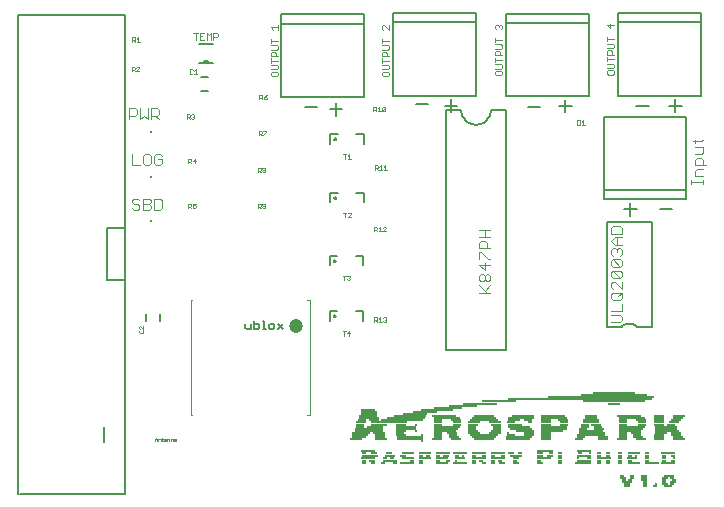
<source format=gto>
G75*
%MOIN*%
%OFA0B0*%
%FSLAX24Y24*%
%IPPOS*%
%LPD*%
%AMOC8*
5,1,8,0,0,1.08239X$1,22.5*
%
%ADD10R,0.0160X0.0080*%
%ADD11R,0.0480X0.0080*%
%ADD12R,0.0400X0.0080*%
%ADD13R,0.0240X0.0080*%
%ADD14R,0.0560X0.0080*%
%ADD15R,0.0080X0.0080*%
%ADD16R,0.0320X0.0080*%
%ADD17R,0.0210X0.0070*%
%ADD18R,0.0140X0.0070*%
%ADD19R,0.0280X0.0070*%
%ADD20R,0.0070X0.0070*%
%ADD21R,0.0350X0.0070*%
%ADD22R,0.0420X0.0070*%
%ADD23R,0.0910X0.0070*%
%ADD24R,0.0700X0.0070*%
%ADD25R,0.0840X0.0070*%
%ADD26R,0.0490X0.0070*%
%ADD27R,0.0560X0.0070*%
%ADD28R,0.0980X0.0070*%
%ADD29R,0.0630X0.0070*%
%ADD30R,0.0770X0.0070*%
%ADD31R,0.1190X0.0070*%
%ADD32R,0.1400X0.0070*%
%ADD33R,0.1260X0.0070*%
%ADD34R,0.1050X0.0070*%
%ADD35R,0.1120X0.0070*%
%ADD36R,0.2100X0.0070*%
%ADD37R,0.4830X0.0070*%
%ADD38R,0.3570X0.0070*%
%ADD39R,0.2240X0.0070*%
%ADD40C,0.0060*%
%ADD41C,0.0030*%
%ADD42C,0.0010*%
%ADD43C,0.0020*%
%ADD44C,0.0080*%
%ADD45C,0.0039*%
%ADD46C,0.0050*%
%ADD47C,0.0472*%
%ADD48R,0.0079X0.0079*%
D10*
X012280Y001815D03*
X012280Y001895D03*
X012600Y001815D03*
X012920Y001815D03*
X013000Y001975D03*
X013240Y001975D03*
X013320Y001815D03*
X013880Y001895D03*
X014200Y001895D03*
X014200Y001815D03*
X014200Y002055D03*
X014440Y002055D03*
X014760Y002055D03*
X014760Y001895D03*
X015080Y001895D03*
X015400Y002055D03*
X015960Y002055D03*
X015960Y001895D03*
X015960Y001815D03*
X016200Y001895D03*
X016280Y001815D03*
X016280Y002055D03*
X016600Y002055D03*
X016600Y001895D03*
X016600Y001815D03*
X016840Y001895D03*
X016920Y002055D03*
X017320Y001895D03*
X017480Y002135D03*
X018120Y001895D03*
X018520Y002135D03*
X018840Y002135D03*
X018840Y002055D03*
X018840Y001975D03*
X018840Y001895D03*
X018840Y001815D03*
X019480Y002135D03*
X019800Y001975D03*
X020120Y001895D03*
X020120Y001815D03*
X020120Y002055D03*
X020120Y002135D03*
X020440Y002135D03*
X020440Y002055D03*
X020440Y001895D03*
X020440Y001815D03*
X020840Y001815D03*
X020840Y001895D03*
X020840Y001975D03*
X020840Y002055D03*
X020840Y002135D03*
X021160Y002055D03*
X021160Y001895D03*
X021720Y001895D03*
X021720Y001975D03*
X021720Y002055D03*
X021720Y002135D03*
X022280Y002055D03*
X022280Y001975D03*
X022280Y001895D03*
X022600Y001895D03*
X022600Y002055D03*
X012280Y002135D03*
D11*
X012440Y002215D03*
X012440Y001975D03*
X013160Y001895D03*
X013720Y001815D03*
X014920Y002135D03*
X015480Y002135D03*
X015480Y001815D03*
X016120Y001975D03*
X016120Y002135D03*
X016760Y002135D03*
X016760Y001975D03*
X018280Y001975D03*
X019640Y001895D03*
X019640Y002055D03*
X019640Y002215D03*
X020280Y001975D03*
X021880Y001815D03*
X022440Y001815D03*
X022440Y002135D03*
D12*
X021280Y002135D03*
X021280Y001815D03*
X017360Y002055D03*
X014880Y001975D03*
X014880Y001815D03*
X014320Y001975D03*
X014320Y002135D03*
X013760Y002135D03*
X013760Y001975D03*
D13*
X013600Y002055D03*
X013120Y002135D03*
X012640Y002135D03*
X012560Y001895D03*
X015040Y002055D03*
X016880Y001815D03*
X017200Y002135D03*
X017360Y001975D03*
X017360Y001815D03*
X018160Y001815D03*
X018160Y002055D03*
X018160Y002135D03*
X018480Y002055D03*
D14*
X018320Y002215D03*
X019600Y001815D03*
X012480Y002055D03*
D15*
X015360Y001895D03*
X015600Y002055D03*
X019440Y001975D03*
X019840Y002135D03*
X021360Y002055D03*
X022640Y001975D03*
D16*
X021240Y001975D03*
X015480Y001975D03*
X013160Y002055D03*
D17*
X020921Y001316D03*
X021061Y001106D03*
X021061Y001036D03*
X021621Y001246D03*
X021621Y001316D03*
X021621Y001386D03*
X022321Y001316D03*
X022321Y001106D03*
X022601Y001176D03*
D18*
X022566Y001106D03*
X022636Y001246D03*
X022566Y001316D03*
X022286Y001246D03*
X022286Y001176D03*
X022006Y001036D03*
X021656Y001036D03*
X021656Y001106D03*
X021656Y001176D03*
X021236Y001316D03*
X021236Y001386D03*
X021166Y001246D03*
X020956Y001246D03*
X020886Y001386D03*
X017840Y003170D03*
D19*
X017770Y003240D03*
X017210Y003170D03*
X016720Y003030D03*
X016720Y002960D03*
X017210Y002750D03*
X015880Y002960D03*
X015880Y003030D03*
X015390Y003100D03*
X015390Y003170D03*
X015250Y002750D03*
X014760Y002750D03*
X014760Y002680D03*
X014760Y002820D03*
X014760Y003100D03*
X014760Y003170D03*
X014760Y003240D03*
X013500Y002820D03*
X012240Y003240D03*
X012170Y003100D03*
X012170Y003030D03*
X018960Y003100D03*
X018960Y003170D03*
X019590Y002960D03*
X019660Y003030D03*
X019660Y003100D03*
X020080Y003030D03*
X019520Y002680D03*
X019450Y002610D03*
X020920Y002680D03*
X020920Y002750D03*
X020920Y002820D03*
X020920Y003100D03*
X020920Y003170D03*
X020920Y003240D03*
X021550Y003170D03*
X021550Y003100D03*
X021410Y002750D03*
X022530Y003100D03*
X022426Y001036D03*
D20*
X022041Y001106D03*
X017105Y002820D03*
X014235Y002750D03*
X014235Y002540D03*
X014025Y002890D03*
X014025Y003100D03*
D21*
X013535Y003100D03*
X013535Y002890D03*
X013535Y002750D03*
X012835Y002750D03*
X012835Y002680D03*
X012625Y003240D03*
X012205Y003170D03*
X014725Y002610D03*
X015215Y002820D03*
X015285Y002680D03*
X015355Y002610D03*
X015915Y002890D03*
X015915Y003100D03*
X015355Y003240D03*
X016685Y003100D03*
X016685Y002890D03*
X017805Y002820D03*
X017805Y002750D03*
X018365Y002750D03*
X018365Y002680D03*
X018365Y002610D03*
X018365Y002820D03*
X018365Y003100D03*
X018365Y003170D03*
X018365Y003240D03*
X018925Y003240D03*
X020045Y003100D03*
X020115Y002960D03*
X020255Y002680D03*
X020255Y002610D03*
X020885Y002610D03*
X021375Y002820D03*
X021445Y002680D03*
X021515Y002610D03*
X022145Y002610D03*
X022145Y002680D03*
X022145Y002750D03*
X022145Y003100D03*
X022145Y003170D03*
X022145Y003240D03*
X022145Y003310D03*
X022145Y003380D03*
X022635Y003170D03*
X022705Y003240D03*
X022775Y003310D03*
X022705Y002820D03*
X022705Y002750D03*
X022775Y002680D03*
X021515Y003240D03*
X022461Y001386D03*
X021061Y001176D03*
D22*
X022810Y002610D03*
X022180Y002820D03*
X022810Y003380D03*
X020640Y003800D03*
X019870Y003380D03*
X019870Y003310D03*
X017280Y003240D03*
X016650Y003170D03*
X016650Y002820D03*
X015950Y002820D03*
X015950Y003170D03*
X012870Y002610D03*
X012800Y002820D03*
X012030Y002610D03*
D23*
X013815Y002610D03*
X013815Y002680D03*
X015075Y003030D03*
X015075Y003310D03*
X017525Y003310D03*
X017455Y002680D03*
X018645Y002960D03*
X018645Y003030D03*
X018645Y003310D03*
X019905Y002820D03*
X021235Y003030D03*
X021235Y003310D03*
D24*
X016300Y003380D03*
X016300Y002610D03*
X013710Y002960D03*
X013710Y003030D03*
X012450Y003310D03*
D25*
X013990Y003450D03*
X014340Y003520D03*
X014970Y003380D03*
X015040Y002960D03*
X016300Y002680D03*
X016300Y003310D03*
X017420Y002610D03*
X018610Y003380D03*
X019870Y002890D03*
X021130Y003380D03*
X021200Y002960D03*
X022390Y002890D03*
D26*
X017315Y003100D03*
X012415Y003590D03*
X012135Y002680D03*
D27*
X012170Y002750D03*
X012660Y003030D03*
X012800Y003100D03*
X012450Y003450D03*
X012450Y003520D03*
X019870Y003240D03*
X019870Y003170D03*
D28*
X019870Y002750D03*
X016300Y002750D03*
X016300Y003240D03*
X015600Y003730D03*
X015110Y003660D03*
X012450Y002960D03*
X012450Y002890D03*
D29*
X012205Y002820D03*
X012415Y003380D03*
X017665Y002890D03*
D30*
X017525Y002960D03*
X017455Y003030D03*
X017595Y003380D03*
X018575Y002890D03*
X021165Y002890D03*
X022355Y002960D03*
X022355Y003030D03*
X015005Y002890D03*
D31*
X013115Y003170D03*
D32*
X013570Y003240D03*
X020640Y004150D03*
D33*
X013710Y003310D03*
D34*
X013815Y003380D03*
X014725Y003590D03*
D35*
X016160Y003800D03*
X016790Y003870D03*
D36*
X020640Y003870D03*
D37*
X019485Y003940D03*
D38*
X020185Y004010D03*
D39*
X020640Y004080D03*
D40*
X021168Y010057D02*
X021168Y010484D01*
X021381Y010270D02*
X020954Y010270D01*
X022148Y010294D02*
X022575Y010294D01*
X022672Y013521D02*
X022672Y013948D01*
X022885Y013734D02*
X022458Y013734D01*
X021795Y013733D02*
X021368Y013733D01*
X019217Y013715D02*
X018790Y013715D01*
X019004Y013502D02*
X019004Y013929D01*
X018174Y013701D02*
X017747Y013701D01*
X015413Y013726D02*
X014986Y013726D01*
X015200Y013513D02*
X015200Y013940D01*
X014441Y013770D02*
X014014Y013770D01*
X011575Y013611D02*
X011148Y013611D01*
X011362Y013398D02*
X011362Y013825D01*
X010741Y013673D02*
X010314Y013673D01*
X007098Y014219D02*
X006862Y014219D01*
X006862Y014691D02*
X007098Y014691D01*
X005490Y006791D02*
X005490Y006555D01*
X005018Y006555D02*
X005018Y006791D01*
D41*
X005119Y010264D02*
X004934Y010264D01*
X004934Y010634D01*
X005119Y010634D01*
X005181Y010573D01*
X005181Y010511D01*
X005119Y010449D01*
X004934Y010449D01*
X004813Y010387D02*
X004813Y010326D01*
X004751Y010264D01*
X004628Y010264D01*
X004566Y010326D01*
X004628Y010449D02*
X004751Y010449D01*
X004813Y010387D01*
X004813Y010573D02*
X004751Y010634D01*
X004628Y010634D01*
X004566Y010573D01*
X004566Y010511D01*
X004628Y010449D01*
X005119Y010449D02*
X005181Y010387D01*
X005181Y010326D01*
X005119Y010264D01*
X005303Y010264D02*
X005488Y010264D01*
X005550Y010326D01*
X005550Y010573D01*
X005488Y010634D01*
X005303Y010634D01*
X005303Y010264D01*
X005370Y011751D02*
X005309Y011813D01*
X005309Y012060D01*
X005370Y012121D01*
X005494Y012121D01*
X005556Y012060D01*
X005556Y011936D02*
X005432Y011936D01*
X005556Y011936D02*
X005556Y011813D01*
X005494Y011751D01*
X005370Y011751D01*
X005187Y011813D02*
X005187Y012060D01*
X005125Y012121D01*
X005002Y012121D01*
X004940Y012060D01*
X004940Y011813D01*
X005002Y011751D01*
X005125Y011751D01*
X005187Y011813D01*
X004819Y011751D02*
X004572Y011751D01*
X004572Y012121D01*
X004467Y013269D02*
X004467Y013639D01*
X004652Y013639D01*
X004714Y013578D01*
X004714Y013454D01*
X004652Y013392D01*
X004467Y013392D01*
X004835Y013269D02*
X004959Y013392D01*
X005082Y013269D01*
X005082Y013639D01*
X005204Y013639D02*
X005389Y013639D01*
X005451Y013578D01*
X005451Y013454D01*
X005389Y013392D01*
X005204Y013392D01*
X005204Y013269D02*
X005204Y013639D01*
X005327Y013392D02*
X005451Y013269D01*
X004835Y013269D02*
X004835Y013639D01*
X016138Y009588D02*
X016508Y009588D01*
X016323Y009588D02*
X016323Y009342D01*
X016323Y009220D02*
X016199Y009220D01*
X016138Y009158D01*
X016138Y008973D01*
X016508Y008973D01*
X016385Y008973D02*
X016385Y009158D01*
X016323Y009220D01*
X016508Y009342D02*
X016138Y009342D01*
X016138Y008852D02*
X016199Y008852D01*
X016446Y008605D01*
X016508Y008605D01*
X016508Y008422D02*
X016138Y008422D01*
X016323Y008237D01*
X016323Y008484D01*
X016138Y008605D02*
X016138Y008852D01*
X016199Y008115D02*
X016261Y008115D01*
X016323Y008053D01*
X016323Y007930D01*
X016261Y007868D01*
X016199Y007868D01*
X016138Y007930D01*
X016138Y008053D01*
X016199Y008115D01*
X016323Y008053D02*
X016385Y008115D01*
X016446Y008115D01*
X016508Y008053D01*
X016508Y007930D01*
X016446Y007868D01*
X016385Y007868D01*
X016323Y007930D01*
X016508Y007747D02*
X016323Y007562D01*
X016385Y007500D02*
X016138Y007747D01*
X016138Y007500D02*
X016508Y007500D01*
X020532Y007436D02*
X020532Y007313D01*
X020594Y007251D01*
X020841Y007251D01*
X020902Y007313D01*
X020902Y007436D01*
X020841Y007498D01*
X020594Y007498D01*
X020532Y007436D01*
X020594Y007619D02*
X020532Y007681D01*
X020532Y007804D01*
X020594Y007866D01*
X020656Y007866D01*
X020902Y007619D01*
X020902Y007866D01*
X020841Y007988D02*
X020594Y007988D01*
X020532Y008049D01*
X020532Y008173D01*
X020594Y008234D01*
X020841Y007988D01*
X020902Y008049D01*
X020902Y008173D01*
X020841Y008234D01*
X020594Y008234D01*
X020594Y008356D02*
X020532Y008418D01*
X020532Y008541D01*
X020594Y008603D01*
X020841Y008356D01*
X020902Y008418D01*
X020902Y008541D01*
X020841Y008603D01*
X020594Y008603D01*
X020594Y008724D02*
X020532Y008786D01*
X020532Y008909D01*
X020594Y008971D01*
X020656Y008971D01*
X020717Y008909D01*
X020779Y008971D01*
X020841Y008971D01*
X020902Y008909D01*
X020902Y008786D01*
X020841Y008724D01*
X020717Y008848D02*
X020717Y008909D01*
X020717Y009093D02*
X020717Y009339D01*
X020656Y009339D02*
X020902Y009339D01*
X020902Y009461D02*
X020532Y009461D01*
X020532Y009646D01*
X020594Y009708D01*
X020841Y009708D01*
X020902Y009646D01*
X020902Y009461D01*
X020656Y009339D02*
X020532Y009216D01*
X020656Y009093D01*
X020902Y009093D01*
X020841Y008356D02*
X020594Y008356D01*
X020902Y007498D02*
X020779Y007374D01*
X020902Y007130D02*
X020902Y006883D01*
X020532Y006883D01*
X020532Y006761D02*
X020841Y006761D01*
X020902Y006699D01*
X020902Y006576D01*
X020841Y006514D01*
X020532Y006514D01*
X023210Y011123D02*
X023210Y011246D01*
X023210Y011185D02*
X023580Y011185D01*
X023580Y011246D02*
X023580Y011123D01*
X023580Y011369D02*
X023333Y011369D01*
X023333Y011554D01*
X023395Y011615D01*
X023580Y011615D01*
X023580Y011737D02*
X023580Y011922D01*
X023518Y011984D01*
X023395Y011984D01*
X023333Y011922D01*
X023333Y011737D01*
X023703Y011737D01*
X023518Y012105D02*
X023333Y012105D01*
X023518Y012105D02*
X023580Y012167D01*
X023580Y012352D01*
X023333Y012352D01*
X023333Y012473D02*
X023333Y012597D01*
X023271Y012535D02*
X023518Y012535D01*
X023580Y012597D01*
D42*
X019657Y013085D02*
X019557Y013085D01*
X019607Y013085D02*
X019607Y013235D01*
X019557Y013185D01*
X019510Y013210D02*
X019485Y013235D01*
X019410Y013235D01*
X019410Y013085D01*
X019485Y013085D01*
X019510Y013110D01*
X019510Y013210D01*
X013005Y013560D02*
X012980Y013535D01*
X012930Y013535D01*
X012905Y013560D01*
X013005Y013660D01*
X013005Y013560D01*
X013005Y013660D02*
X012980Y013685D01*
X012930Y013685D01*
X012905Y013660D01*
X012905Y013560D01*
X012857Y013535D02*
X012757Y013535D01*
X012710Y013535D02*
X012660Y013585D01*
X012685Y013585D02*
X012610Y013585D01*
X012610Y013535D02*
X012610Y013685D01*
X012685Y013685D01*
X012710Y013660D01*
X012710Y013610D01*
X012685Y013585D01*
X012757Y013635D02*
X012807Y013685D01*
X012807Y013535D01*
X011807Y012110D02*
X011807Y011960D01*
X011757Y011960D02*
X011857Y011960D01*
X011757Y012060D02*
X011807Y012110D01*
X011710Y012110D02*
X011610Y012110D01*
X011660Y012110D02*
X011660Y011960D01*
X012660Y011735D02*
X012660Y011585D01*
X012660Y011635D02*
X012735Y011635D01*
X012760Y011660D01*
X012760Y011710D01*
X012735Y011735D01*
X012660Y011735D01*
X012710Y011635D02*
X012760Y011585D01*
X012807Y011585D02*
X012907Y011585D01*
X012955Y011585D02*
X013055Y011585D01*
X013005Y011585D02*
X013005Y011735D01*
X012955Y011685D01*
X012857Y011735D02*
X012857Y011585D01*
X012807Y011685D02*
X012857Y011735D01*
X011832Y010160D02*
X011782Y010160D01*
X011757Y010135D01*
X011710Y010160D02*
X011610Y010160D01*
X011660Y010160D02*
X011660Y010010D01*
X011757Y010010D02*
X011857Y010110D01*
X011857Y010135D01*
X011832Y010160D01*
X011857Y010010D02*
X011757Y010010D01*
X012635Y009685D02*
X012635Y009535D01*
X012635Y009585D02*
X012710Y009585D01*
X012735Y009610D01*
X012735Y009660D01*
X012710Y009685D01*
X012635Y009685D01*
X012685Y009585D02*
X012735Y009535D01*
X012782Y009535D02*
X012882Y009535D01*
X012930Y009535D02*
X013030Y009635D01*
X013030Y009660D01*
X013005Y009685D01*
X012955Y009685D01*
X012930Y009660D01*
X012832Y009685D02*
X012832Y009535D01*
X012930Y009535D02*
X013030Y009535D01*
X012832Y009685D02*
X012782Y009635D01*
X011807Y008060D02*
X011832Y008035D01*
X011832Y008010D01*
X011807Y007985D01*
X011832Y007960D01*
X011832Y007935D01*
X011807Y007910D01*
X011757Y007910D01*
X011732Y007935D01*
X011782Y007985D02*
X011807Y007985D01*
X011807Y008060D02*
X011757Y008060D01*
X011732Y008035D01*
X011685Y008060D02*
X011585Y008060D01*
X011635Y008060D02*
X011635Y007910D01*
X012645Y006675D02*
X012720Y006675D01*
X012745Y006650D01*
X012745Y006600D01*
X012720Y006575D01*
X012645Y006575D01*
X012645Y006525D02*
X012645Y006675D01*
X012695Y006575D02*
X012745Y006525D01*
X012792Y006525D02*
X012892Y006525D01*
X012842Y006525D02*
X012842Y006675D01*
X012792Y006625D01*
X012940Y006650D02*
X012965Y006675D01*
X013015Y006675D01*
X013040Y006650D01*
X013040Y006625D01*
X013015Y006600D01*
X013040Y006575D01*
X013040Y006550D01*
X013015Y006525D01*
X012965Y006525D01*
X012940Y006550D01*
X012990Y006600D02*
X013015Y006600D01*
X011807Y006210D02*
X011807Y006060D01*
X011832Y006135D02*
X011732Y006135D01*
X011807Y006210D01*
X011685Y006210D02*
X011585Y006210D01*
X011635Y006210D02*
X011635Y006060D01*
X006032Y002603D02*
X006032Y002548D01*
X005976Y002548D01*
X005958Y002566D01*
X005976Y002584D01*
X006032Y002584D01*
X006032Y002603D02*
X006013Y002621D01*
X005976Y002621D01*
X005921Y002603D02*
X005921Y002548D01*
X005921Y002603D02*
X005903Y002621D01*
X005848Y002621D01*
X005848Y002548D01*
X005811Y002548D02*
X005811Y002603D01*
X005792Y002621D01*
X005737Y002621D01*
X005737Y002548D01*
X005700Y002584D02*
X005627Y002584D01*
X005627Y002566D02*
X005627Y002603D01*
X005645Y002621D01*
X005682Y002621D01*
X005700Y002603D01*
X005700Y002584D01*
X005682Y002548D02*
X005645Y002548D01*
X005627Y002566D01*
X005590Y002548D02*
X005571Y002566D01*
X005571Y002639D01*
X005553Y002621D02*
X005590Y002621D01*
X005516Y002603D02*
X005516Y002548D01*
X005516Y002603D02*
X005498Y002621D01*
X005442Y002621D01*
X005442Y002548D01*
X005405Y002548D02*
X005405Y002621D01*
X005369Y002658D01*
X005332Y002621D01*
X005332Y002548D01*
X005332Y002603D02*
X005405Y002603D01*
X004916Y006145D02*
X004816Y006145D01*
X004791Y006170D01*
X004791Y006220D01*
X004816Y006245D01*
X004816Y006292D02*
X004791Y006317D01*
X004791Y006367D01*
X004816Y006392D01*
X004841Y006392D01*
X004941Y006292D01*
X004941Y006392D01*
X004916Y006245D02*
X004941Y006220D01*
X004941Y006170D01*
X004916Y006145D01*
X006435Y010310D02*
X006435Y010460D01*
X006510Y010460D01*
X006535Y010435D01*
X006535Y010385D01*
X006510Y010360D01*
X006435Y010360D01*
X006485Y010360D02*
X006535Y010310D01*
X006582Y010335D02*
X006607Y010310D01*
X006657Y010310D01*
X006682Y010335D01*
X006682Y010385D01*
X006657Y010410D01*
X006632Y010410D01*
X006582Y010385D01*
X006582Y010460D01*
X006682Y010460D01*
X006657Y011810D02*
X006657Y011960D01*
X006582Y011885D01*
X006682Y011885D01*
X006535Y011885D02*
X006535Y011935D01*
X006510Y011960D01*
X006435Y011960D01*
X006435Y011810D01*
X006435Y011860D02*
X006510Y011860D01*
X006535Y011885D01*
X006485Y011860D02*
X006535Y011810D01*
X006557Y013285D02*
X006532Y013310D01*
X006557Y013285D02*
X006607Y013285D01*
X006632Y013310D01*
X006632Y013335D01*
X006607Y013360D01*
X006582Y013360D01*
X006607Y013360D02*
X006632Y013385D01*
X006632Y013410D01*
X006607Y013435D01*
X006557Y013435D01*
X006532Y013410D01*
X006485Y013410D02*
X006485Y013360D01*
X006460Y013335D01*
X006385Y013335D01*
X006385Y013285D02*
X006385Y013435D01*
X006460Y013435D01*
X006485Y013410D01*
X006435Y013335D02*
X006485Y013285D01*
X006508Y014797D02*
X006558Y014797D01*
X006583Y014822D01*
X006631Y014797D02*
X006731Y014797D01*
X006681Y014797D02*
X006681Y014947D01*
X006631Y014897D01*
X006583Y014922D02*
X006558Y014947D01*
X006508Y014947D01*
X006483Y014922D01*
X006483Y014822D01*
X006508Y014797D01*
X004812Y014875D02*
X004712Y014875D01*
X004812Y014975D01*
X004812Y015000D01*
X004787Y015025D01*
X004737Y015025D01*
X004712Y015000D01*
X004665Y015000D02*
X004665Y014950D01*
X004640Y014925D01*
X004565Y014925D01*
X004565Y014875D02*
X004565Y015025D01*
X004640Y015025D01*
X004665Y015000D01*
X004615Y014925D02*
X004665Y014875D01*
X004675Y015865D02*
X004625Y015915D01*
X004650Y015915D02*
X004575Y015915D01*
X004575Y015865D02*
X004575Y016015D01*
X004650Y016015D01*
X004675Y015990D01*
X004675Y015940D01*
X004650Y015915D01*
X004722Y015865D02*
X004822Y015865D01*
X004772Y015865D02*
X004772Y016015D01*
X004722Y015965D01*
X008810Y014085D02*
X008810Y013935D01*
X008810Y013985D02*
X008885Y013985D01*
X008910Y014010D01*
X008910Y014060D01*
X008885Y014085D01*
X008810Y014085D01*
X008860Y013985D02*
X008910Y013935D01*
X008957Y013960D02*
X008982Y013935D01*
X009032Y013935D01*
X009057Y013960D01*
X009057Y013985D01*
X009032Y014010D01*
X008957Y014010D01*
X008957Y013960D01*
X008957Y014010D02*
X009007Y014060D01*
X009057Y014085D01*
X009032Y012885D02*
X008932Y012885D01*
X008885Y012860D02*
X008885Y012810D01*
X008860Y012785D01*
X008785Y012785D01*
X008785Y012735D02*
X008785Y012885D01*
X008860Y012885D01*
X008885Y012860D01*
X008835Y012785D02*
X008885Y012735D01*
X008932Y012735D02*
X008932Y012760D01*
X009032Y012860D01*
X009032Y012885D01*
X008982Y011660D02*
X009007Y011635D01*
X009007Y011610D01*
X008982Y011585D01*
X008932Y011585D01*
X008907Y011610D01*
X008907Y011635D01*
X008932Y011660D01*
X008982Y011660D01*
X008982Y011585D02*
X009007Y011560D01*
X009007Y011535D01*
X008982Y011510D01*
X008932Y011510D01*
X008907Y011535D01*
X008907Y011560D01*
X008932Y011585D01*
X008860Y011585D02*
X008835Y011560D01*
X008760Y011560D01*
X008760Y011510D02*
X008760Y011660D01*
X008835Y011660D01*
X008860Y011635D01*
X008860Y011585D01*
X008810Y011560D02*
X008860Y011510D01*
X008835Y010460D02*
X008760Y010460D01*
X008760Y010310D01*
X008760Y010360D02*
X008835Y010360D01*
X008860Y010385D01*
X008860Y010435D01*
X008835Y010460D01*
X008907Y010435D02*
X008907Y010410D01*
X008932Y010385D01*
X009007Y010385D01*
X009007Y010335D02*
X009007Y010435D01*
X008982Y010460D01*
X008932Y010460D01*
X008907Y010435D01*
X008907Y010335D02*
X008932Y010310D01*
X008982Y010310D01*
X009007Y010335D01*
X008860Y010310D02*
X008810Y010360D01*
D43*
X009237Y014715D02*
X009383Y014715D01*
X009420Y014752D01*
X009420Y014825D01*
X009383Y014862D01*
X009237Y014862D01*
X009200Y014825D01*
X009200Y014752D01*
X009237Y014715D01*
X009200Y014936D02*
X009383Y014936D01*
X009420Y014973D01*
X009420Y015046D01*
X009383Y015083D01*
X009200Y015083D01*
X009200Y015157D02*
X009200Y015304D01*
X009200Y015230D02*
X009420Y015230D01*
X009420Y015378D02*
X009200Y015378D01*
X009200Y015488D01*
X009237Y015525D01*
X009310Y015525D01*
X009347Y015488D01*
X009347Y015378D01*
X009383Y015599D02*
X009200Y015599D01*
X009200Y015746D02*
X009383Y015746D01*
X009420Y015709D01*
X009420Y015636D01*
X009383Y015599D01*
X009200Y015820D02*
X009200Y015967D01*
X009200Y015893D02*
X009420Y015893D01*
X009420Y016262D02*
X009420Y016409D01*
X009420Y016335D02*
X009200Y016335D01*
X009273Y016262D01*
X007421Y016115D02*
X007421Y016042D01*
X007384Y016005D01*
X007274Y016005D01*
X007274Y015931D02*
X007274Y016152D01*
X007384Y016152D01*
X007421Y016115D01*
X007200Y016152D02*
X007200Y015931D01*
X007053Y015931D02*
X007053Y016152D01*
X007126Y016078D01*
X007200Y016152D01*
X006979Y016152D02*
X006832Y016152D01*
X006832Y015931D01*
X006979Y015931D01*
X006905Y016042D02*
X006832Y016042D01*
X006758Y016152D02*
X006611Y016152D01*
X006684Y016152D02*
X006684Y015931D01*
X012900Y015820D02*
X012900Y015967D01*
X012900Y015893D02*
X013120Y015893D01*
X013083Y015746D02*
X012900Y015746D01*
X012900Y015599D02*
X013083Y015599D01*
X013120Y015636D01*
X013120Y015709D01*
X013083Y015746D01*
X013010Y015525D02*
X013047Y015488D01*
X013047Y015378D01*
X013120Y015378D02*
X012900Y015378D01*
X012900Y015488D01*
X012937Y015525D01*
X013010Y015525D01*
X012900Y015304D02*
X012900Y015157D01*
X012900Y015230D02*
X013120Y015230D01*
X013083Y015083D02*
X012900Y015083D01*
X012900Y014936D02*
X013083Y014936D01*
X013120Y014973D01*
X013120Y015046D01*
X013083Y015083D01*
X013083Y014862D02*
X012937Y014862D01*
X012900Y014825D01*
X012900Y014752D01*
X012937Y014715D01*
X013083Y014715D01*
X013120Y014752D01*
X013120Y014825D01*
X013083Y014862D01*
X013120Y016262D02*
X012973Y016409D01*
X012937Y016409D01*
X012900Y016372D01*
X012900Y016299D01*
X012937Y016262D01*
X013120Y016262D02*
X013120Y016409D01*
X016675Y016397D02*
X016712Y016434D01*
X016748Y016434D01*
X016785Y016397D01*
X016822Y016434D01*
X016858Y016434D01*
X016895Y016397D01*
X016895Y016324D01*
X016858Y016287D01*
X016785Y016360D02*
X016785Y016397D01*
X016675Y016397D02*
X016675Y016324D01*
X016712Y016287D01*
X016675Y015992D02*
X016675Y015845D01*
X016675Y015918D02*
X016895Y015918D01*
X016858Y015771D02*
X016675Y015771D01*
X016675Y015624D02*
X016858Y015624D01*
X016895Y015661D01*
X016895Y015734D01*
X016858Y015771D01*
X016785Y015550D02*
X016822Y015513D01*
X016822Y015403D01*
X016895Y015403D02*
X016675Y015403D01*
X016675Y015513D01*
X016712Y015550D01*
X016785Y015550D01*
X016675Y015329D02*
X016675Y015182D01*
X016675Y015255D02*
X016895Y015255D01*
X016858Y015108D02*
X016675Y015108D01*
X016675Y014961D02*
X016858Y014961D01*
X016895Y014998D01*
X016895Y015071D01*
X016858Y015108D01*
X016858Y014887D02*
X016712Y014887D01*
X016675Y014850D01*
X016675Y014777D01*
X016712Y014740D01*
X016858Y014740D01*
X016895Y014777D01*
X016895Y014850D01*
X016858Y014887D01*
X020400Y014875D02*
X020400Y014802D01*
X020437Y014765D01*
X020583Y014765D01*
X020620Y014802D01*
X020620Y014875D01*
X020583Y014912D01*
X020437Y014912D01*
X020400Y014875D01*
X020400Y014986D02*
X020583Y014986D01*
X020620Y015023D01*
X020620Y015096D01*
X020583Y015133D01*
X020400Y015133D01*
X020400Y015207D02*
X020400Y015354D01*
X020400Y015280D02*
X020620Y015280D01*
X020620Y015428D02*
X020400Y015428D01*
X020400Y015538D01*
X020437Y015575D01*
X020510Y015575D01*
X020547Y015538D01*
X020547Y015428D01*
X020583Y015649D02*
X020400Y015649D01*
X020400Y015796D02*
X020583Y015796D01*
X020620Y015759D01*
X020620Y015686D01*
X020583Y015649D01*
X020400Y015870D02*
X020400Y016017D01*
X020400Y015943D02*
X020620Y015943D01*
X020510Y016312D02*
X020400Y016422D01*
X020620Y016422D01*
X020510Y016459D02*
X020510Y016312D01*
D44*
X000778Y016746D02*
X000778Y000794D01*
X000818Y000794D02*
X004322Y000794D01*
X004322Y007904D01*
X003731Y007904D01*
X003731Y009636D01*
X004322Y009636D01*
X004322Y007904D01*
X004322Y009636D02*
X004322Y016746D01*
X000778Y016746D01*
X009538Y016772D02*
X009538Y016457D01*
X012294Y016457D01*
X012294Y014016D01*
X009538Y014016D01*
X009538Y016457D01*
X009538Y016772D02*
X012294Y016772D01*
X012294Y016457D01*
X013263Y016507D02*
X016019Y016507D01*
X016019Y014066D01*
X013263Y014066D01*
X013263Y016507D01*
X013263Y016822D01*
X016019Y016822D01*
X016019Y016507D01*
X017038Y016482D02*
X019794Y016482D01*
X019794Y014041D01*
X017038Y014041D01*
X017038Y016482D01*
X017038Y016797D01*
X019794Y016797D01*
X019794Y016482D01*
X020763Y016507D02*
X023519Y016507D01*
X023519Y014066D01*
X020763Y014066D01*
X020763Y016507D01*
X020763Y016822D01*
X023519Y016822D01*
X023519Y016507D01*
X023045Y013366D02*
X020289Y013366D01*
X020289Y010925D01*
X023045Y010925D01*
X023045Y010610D01*
X020289Y010610D01*
X020289Y010925D01*
X023045Y010925D02*
X023045Y013366D01*
X012281Y012781D02*
X012281Y012466D01*
X012281Y012781D02*
X012045Y012781D01*
X011415Y012781D02*
X011179Y012781D01*
X011179Y012466D01*
X011179Y010831D02*
X011179Y010516D01*
X011179Y010831D02*
X011415Y010831D01*
X012045Y010831D02*
X012281Y010831D01*
X012281Y010516D01*
X012256Y008731D02*
X012020Y008731D01*
X012256Y008731D02*
X012256Y008416D01*
X011390Y008731D02*
X011154Y008731D01*
X011154Y008416D01*
X011154Y006881D02*
X011154Y006566D01*
X011154Y006881D02*
X011390Y006881D01*
X012020Y006881D02*
X012256Y006881D01*
X012256Y006566D01*
X003643Y003020D02*
X003643Y002520D01*
D45*
X006514Y003422D02*
X006573Y003422D01*
X006514Y003422D02*
X006514Y007240D01*
X006573Y007240D01*
X010392Y007240D02*
X010490Y007240D01*
X010490Y003422D01*
X010392Y003422D01*
D46*
X009596Y006280D02*
X009416Y006460D01*
X009301Y006415D02*
X009256Y006460D01*
X009166Y006460D01*
X009121Y006415D01*
X009121Y006325D01*
X009166Y006280D01*
X009256Y006280D01*
X009301Y006325D01*
X009301Y006415D01*
X009416Y006280D02*
X009596Y006460D01*
X009015Y006280D02*
X008925Y006280D01*
X008970Y006280D02*
X008970Y006550D01*
X008925Y006550D01*
X008810Y006415D02*
X008765Y006460D01*
X008630Y006460D01*
X008630Y006550D02*
X008630Y006280D01*
X008765Y006280D01*
X008810Y006325D01*
X008810Y006415D01*
X008516Y006460D02*
X008516Y006280D01*
X008380Y006280D01*
X008335Y006325D01*
X008335Y006460D01*
X011283Y006703D02*
X011285Y006714D01*
X011290Y006724D01*
X011299Y006731D01*
X011309Y006735D01*
X011321Y006735D01*
X011331Y006731D01*
X011340Y006724D01*
X011345Y006714D01*
X011347Y006703D01*
X011345Y006692D01*
X011340Y006682D01*
X011331Y006675D01*
X011321Y006671D01*
X011309Y006671D01*
X011299Y006675D01*
X011290Y006682D01*
X011285Y006692D01*
X011283Y006703D01*
X011283Y008553D02*
X011285Y008564D01*
X011290Y008574D01*
X011299Y008581D01*
X011309Y008585D01*
X011321Y008585D01*
X011331Y008581D01*
X011340Y008574D01*
X011345Y008564D01*
X011347Y008553D01*
X011345Y008542D01*
X011340Y008532D01*
X011331Y008525D01*
X011321Y008521D01*
X011309Y008521D01*
X011299Y008525D01*
X011290Y008532D01*
X011285Y008542D01*
X011283Y008553D01*
X011308Y010653D02*
X011310Y010664D01*
X011315Y010674D01*
X011324Y010681D01*
X011334Y010685D01*
X011346Y010685D01*
X011356Y010681D01*
X011365Y010674D01*
X011370Y010664D01*
X011372Y010653D01*
X011370Y010642D01*
X011365Y010632D01*
X011356Y010625D01*
X011346Y010621D01*
X011334Y010621D01*
X011324Y010625D01*
X011315Y010632D01*
X011310Y010642D01*
X011308Y010653D01*
X011308Y012603D02*
X011310Y012614D01*
X011315Y012624D01*
X011324Y012631D01*
X011334Y012635D01*
X011346Y012635D01*
X011356Y012631D01*
X011365Y012624D01*
X011370Y012614D01*
X011372Y012603D01*
X011370Y012592D01*
X011365Y012582D01*
X011356Y012575D01*
X011346Y012571D01*
X011334Y012571D01*
X011324Y012575D01*
X011315Y012582D01*
X011310Y012592D01*
X011308Y012603D01*
X015030Y013595D02*
X015530Y013595D01*
X015532Y013551D01*
X015538Y013508D01*
X015547Y013466D01*
X015560Y013424D01*
X015577Y013384D01*
X015597Y013345D01*
X015620Y013308D01*
X015647Y013274D01*
X015676Y013241D01*
X015709Y013212D01*
X015743Y013185D01*
X015780Y013162D01*
X015819Y013142D01*
X015859Y013125D01*
X015901Y013112D01*
X015943Y013103D01*
X015986Y013097D01*
X016030Y013095D01*
X016074Y013097D01*
X016117Y013103D01*
X016159Y013112D01*
X016201Y013125D01*
X016241Y013142D01*
X016280Y013162D01*
X016317Y013185D01*
X016351Y013212D01*
X016384Y013241D01*
X016413Y013274D01*
X016440Y013308D01*
X016463Y013345D01*
X016483Y013384D01*
X016500Y013424D01*
X016513Y013466D01*
X016522Y013508D01*
X016528Y013551D01*
X016530Y013595D01*
X017030Y013595D01*
X017030Y005595D01*
X015030Y005595D01*
X015030Y013595D01*
X020380Y009855D02*
X020380Y006355D01*
X020880Y006355D01*
X020907Y006380D01*
X020937Y006402D01*
X020969Y006420D01*
X021003Y006435D01*
X021038Y006447D01*
X021075Y006455D01*
X021111Y006459D01*
X021149Y006459D01*
X021185Y006455D01*
X021222Y006447D01*
X021257Y006435D01*
X021291Y006420D01*
X021323Y006402D01*
X021353Y006380D01*
X021380Y006355D01*
X021880Y006355D01*
X021880Y009855D01*
X020380Y009855D01*
X007266Y015140D02*
X006794Y015140D01*
X006951Y015219D02*
X007109Y015219D01*
X007266Y015770D02*
X006794Y015770D01*
D47*
X010018Y006374D03*
D48*
X005197Y009878D03*
X005197Y011356D03*
X005191Y012856D03*
M02*

</source>
